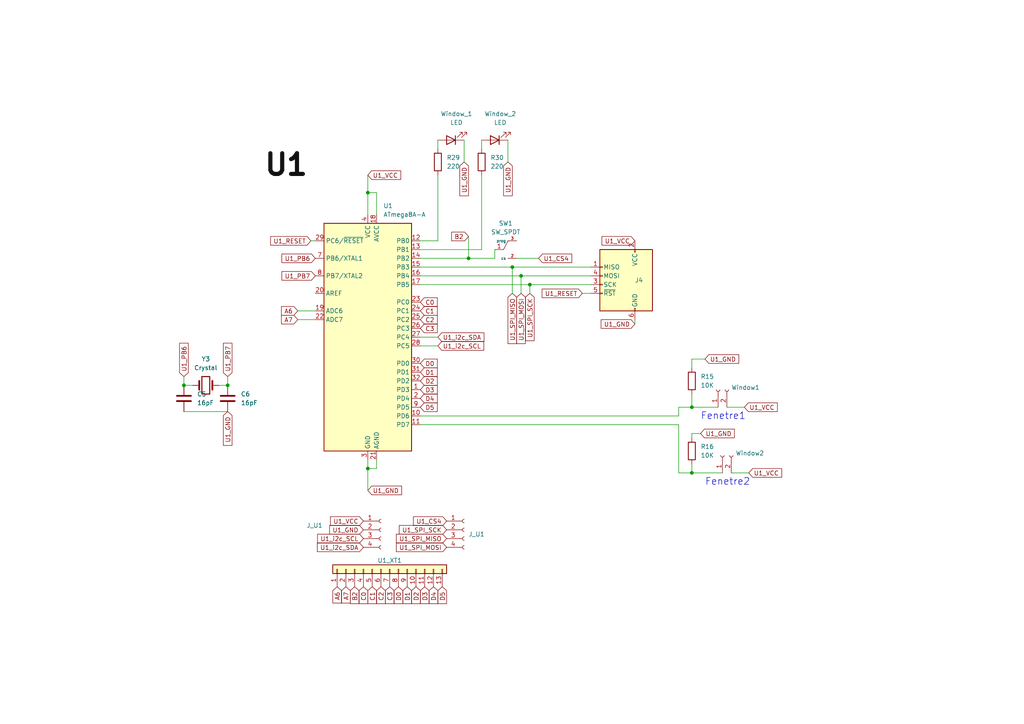
<source format=kicad_sch>
(kicad_sch (version 20230121) (generator eeschema)
  (paper "A4")
  (lib_symbols
    (symbol "Connector:AVR-ISP-6" (pin_names (offset 1.016))
      (property "Reference" "J" (at -6.35 11.43 0))
      (property "Value" "AVR-ISP-6" (at 0 11.43 0))
      (symbol "AVR-ISP-6_0_1"
        (rectangle (start -2.667 -6.858) (end -2.413 -7.62))
        (rectangle (start -2.667 10.16) (end -2.413 9.398))
        (rectangle (start 7.62 -2.413) (end 6.858 -2.667))
        (rectangle (start 7.62 0.127) (end 6.858 -0.127))
        (rectangle (start 7.62 2.667) (end 6.858 2.413))
        (rectangle (start 7.62 5.207) (end 6.858 4.953))
        (rectangle (start 7.62 10.16) (end -7.62 -7.62) (stroke (width 0.254)) (fill (type background)))
      )
      (symbol "AVR-ISP-6_1_1"
        (pin passive line (at 10.16 5.08 180) (length 2.54) (name "MISO") (number "1"))
        (pin passive line (at -2.54 12.7 270) (length 2.54) (name "VCC") (number "2"))
        (pin passive line (at 10.16 0 180) (length 2.54) (name "SCK") (number "3"))
        (pin passive line (at 10.16 2.54 180) (length 2.54) (name "MOSI") (number "4"))
        (pin passive line (at 10.16 -2.54 180) (length 2.54) (name "~{RST}") (number "5"))
        (pin passive line (at -2.54 -10.16 90) (length 2.54) (name "GND") (number "6"))
      )
    )
    (symbol "Connector:Conn_01x02_Socket" (pin_names (offset 1.016) hide)
      (property "Reference" "J" (at 0 2.54 0))
      (property "Value" "Conn_01x02_Socket" (at 0 -5.08 0))
      (symbol "Conn_01x02_Socket_1_1"
        (arc (start 0 -2.032) (mid -0.5058 -2.54) (end 0 -3.048) (stroke (width 0.1524)))
        (polyline (pts (xy -1.27 -2.54) (xy -0.508 -2.54)) (stroke (width 0.1524)))
        (polyline (pts (xy -1.27 0) (xy -0.508 0)) (stroke (width 0.1524)))
        (arc (start 0 0.508) (mid -0.5058 0) (end 0 -0.508) (stroke (width 0.1524)))
        (pin passive line (at -5.08 0 0) (length 3.81) (name "Pin_1") (number "1"))
        (pin passive line (at -5.08 -2.54 0) (length 3.81) (name "Pin_2") (number "2"))
      )
    )
    (symbol "Connector:Conn_01x04_Socket" (pin_names (offset 1.016) hide)
      (property "Reference" "J" (at 0 5.08 0))
      (property "Value" "Conn_01x04_Socket" (at 0 -7.62 0))
      (symbol "Conn_01x04_Socket_1_1"
        (arc (start 0 -4.572) (mid -0.5058 -5.08) (end 0 -5.588) (stroke (width 0.1524)))
        (arc (start 0 -2.032) (mid -0.5058 -2.54) (end 0 -3.048) (stroke (width 0.1524)))
        (polyline (pts (xy -1.27 -5.08) (xy -0.508 -5.08)) (stroke (width 0.1524)))
        (polyline (pts (xy -1.27 -2.54) (xy -0.508 -2.54)) (stroke (width 0.1524)))
        (polyline (pts (xy -1.27 0) (xy -0.508 0)) (stroke (width 0.1524)))
        (polyline (pts (xy -1.27 2.54) (xy -0.508 2.54)) (stroke (width 0.1524)))
        (arc (start 0 0.508) (mid -0.5058 0) (end 0 -0.508) (stroke (width 0.1524)))
        (arc (start 0 3.048) (mid -0.5058 2.54) (end 0 2.032) (stroke (width 0.1524)))
        (pin passive line (at -5.08 2.54 0) (length 3.81) (name "Pin_1") (number "1"))
        (pin passive line (at -5.08 0 0) (length 3.81) (name "Pin_2") (number "2"))
        (pin passive line (at -5.08 -2.54 0) (length 3.81) (name "Pin_3") (number "3"))
        (pin passive line (at -5.08 -5.08 0) (length 3.81) (name "Pin_4") (number "4"))
      )
    )
    (symbol "Connector_Generic:Conn_01x13" (pin_names (offset 1.016) hide)
      (property "Reference" "J" (at 0 17.78 0))
      (property "Value" "Conn_01x13" (at 0 -17.78 0))
      (symbol "Conn_01x13_1_1"
        (rectangle (start -1.27 -15.113) (end 0 -15.367) (stroke (width 0.1524)))
        (rectangle (start -1.27 -12.573) (end 0 -12.827) (stroke (width 0.1524)))
        (rectangle (start -1.27 -10.033) (end 0 -10.287) (stroke (width 0.1524)))
        (rectangle (start -1.27 -7.493) (end 0 -7.747) (stroke (width 0.1524)))
        (rectangle (start -1.27 -4.953) (end 0 -5.207) (stroke (width 0.1524)))
        (rectangle (start -1.27 -2.413) (end 0 -2.667) (stroke (width 0.1524)))
        (rectangle (start -1.27 0.127) (end 0 -0.127) (stroke (width 0.1524)))
        (rectangle (start -1.27 2.667) (end 0 2.413) (stroke (width 0.1524)))
        (rectangle (start -1.27 5.207) (end 0 4.953) (stroke (width 0.1524)))
        (rectangle (start -1.27 7.747) (end 0 7.493) (stroke (width 0.1524)))
        (rectangle (start -1.27 10.287) (end 0 10.033) (stroke (width 0.1524)))
        (rectangle (start -1.27 12.827) (end 0 12.573) (stroke (width 0.1524)))
        (rectangle (start -1.27 15.367) (end 0 15.113) (stroke (width 0.1524)))
        (rectangle (start -1.27 16.51) (end 1.27 -16.51) (stroke (width 0.254)) (fill (type background)))
        (pin passive line (at -5.08 15.24 0) (length 3.81) (name "Pin_1") (number "1"))
        (pin passive line (at -5.08 -7.62 0) (length 3.81) (name "Pin_10") (number "10"))
        (pin passive line (at -5.08 -10.16 0) (length 3.81) (name "Pin_11") (number "11"))
        (pin passive line (at -5.08 -12.7 0) (length 3.81) (name "Pin_12") (number "12"))
        (pin passive line (at -5.08 -15.24 0) (length 3.81) (name "Pin_13") (number "13"))
        (pin passive line (at -5.08 12.7 0) (length 3.81) (name "Pin_2") (number "2"))
        (pin passive line (at -5.08 10.16 0) (length 3.81) (name "Pin_3") (number "3"))
        (pin passive line (at -5.08 7.62 0) (length 3.81) (name "Pin_4") (number "4"))
        (pin passive line (at -5.08 5.08 0) (length 3.81) (name "Pin_5") (number "5"))
        (pin passive line (at -5.08 2.54 0) (length 3.81) (name "Pin_6") (number "6"))
        (pin passive line (at -5.08 0 0) (length 3.81) (name "Pin_7") (number "7"))
        (pin passive line (at -5.08 -2.54 0) (length 3.81) (name "Pin_8") (number "8"))
        (pin passive line (at -5.08 -5.08 0) (length 3.81) (name "Pin_9") (number "9"))
      )
    )
    (symbol "Device:C" (pin_numbers hide) (pin_names (offset 0.254))
      (property "Reference" "C" (at 0.635 2.54 0))
      (property "Value" "C" (at 0.635 -2.54 0))
      (symbol "C_0_1"
        (polyline (pts (xy -2.032 -0.762) (xy 2.032 -0.762)) (stroke (width 0.508)))
        (polyline (pts (xy -2.032 0.762) (xy 2.032 0.762)) (stroke (width 0.508)))
      )
      (symbol "C_1_1"
        (pin passive line (at 0 3.81 270) (length 2.794) (name "~") (number "1"))
        (pin passive line (at 0 -3.81 90) (length 2.794) (name "~") (number "2"))
      )
    )
    (symbol "Device:Crystal" (pin_numbers hide) (pin_names (offset 1.016) hide)
      (property "Reference" "Y" (at 0 3.81 0))
      (property "Value" "Crystal" (at 0 -3.81 0))
      (symbol "Crystal_0_1"
        (rectangle (start -1.143 2.54) (end 1.143 -2.54) (stroke (width 0.3048)))
        (polyline (pts (xy -2.54 0) (xy -1.905 0)))
        (polyline (pts (xy -1.905 -1.27) (xy -1.905 1.27)) (stroke (width 0.508)))
        (polyline (pts (xy 1.905 -1.27) (xy 1.905 1.27)) (stroke (width 0.508)))
        (polyline (pts (xy 2.54 0) (xy 1.905 0)))
      )
      (symbol "Crystal_1_1"
        (pin passive line (at -3.81 0 0) (length 1.27) (name "1") (number "1"))
        (pin passive line (at 3.81 0 180) (length 1.27) (name "2") (number "2"))
      )
    )
    (symbol "Device:LED" (pin_numbers hide) (pin_names (offset 1.016) hide)
      (property "Reference" "D" (at 0 2.54 0))
      (property "Value" "LED" (at 0 -2.54 0))
      (symbol "LED_0_1"
        (polyline (pts (xy -1.27 -1.27) (xy -1.27 1.27)) (stroke (width 0.254)))
        (polyline (pts (xy -1.27 0) (xy 1.27 0)))
        (polyline (pts (xy 1.27 -1.27) (xy 1.27 1.27) (xy -1.27 0) (xy 1.27 -1.27)) (stroke (width 0.254)))
        (polyline (pts (xy -3.048 -0.762) (xy -4.572 -2.286) (xy -3.81 -2.286) (xy -4.572 -2.286) (xy -4.572 -1.524)))
        (polyline (pts (xy -1.778 -0.762) (xy -3.302 -2.286) (xy -2.54 -2.286) (xy -3.302 -2.286) (xy -3.302 -1.524)))
      )
      (symbol "LED_1_1"
        (pin passive line (at -3.81 0 0) (length 2.54) (name "K") (number "1"))
        (pin passive line (at 3.81 0 180) (length 2.54) (name "A") (number "2"))
      )
    )
    (symbol "Device:R" (pin_numbers hide) (pin_names (offset 0))
      (property "Reference" "R" (at 2.032 0 90))
      (property "Value" "R" (at 0 0 90))
      (symbol "R_0_1"
        (rectangle (start -1.016 -2.54) (end 1.016 2.54) (stroke (width 0.254)))
      )
      (symbol "R_1_1"
        (pin passive line (at 0 3.81 270) (length 1.27) (name "~") (number "1"))
        (pin passive line (at 0 -3.81 90) (length 1.27) (name "~") (number "2"))
      )
    )
    (symbol "JP_Library:BSI-10"
      (property "Reference" "U" (at 0 5.08 0))
      (symbol "BSI-10_0_1"
        (polyline (pts (xy -1.27 0) (xy 0 2.54)))
      )
      (symbol "BSI-10_1_1"
        (pin input line (at -3.81 0 0) (length 2.54) (name "") (number "1"))
        (pin input line (at 2.54 -2.54 180) (length 2.54) (name "cs") (number "2"))
        (pin input line (at 2.54 2.54 180) (length 2.54) (name "prog") (number "3"))
      )
    )
    (symbol "MCU_Microchip_ATmega:ATmega8A-A"
      (property "Reference" "U" (at -12.7 34.29 0))
      (property "Value" "ATmega8A-A" (at 5.08 -34.29 0))
      (symbol "ATmega8A-A_0_1"
        (rectangle (start -12.7 -33.02) (end 12.7 33.02) (stroke (width 0.254)) (fill (type background)))
      )
      (symbol "ATmega8A-A_1_1"
        (pin bidirectional line (at 15.24 -15.24 180) (length 2.54) (name "PD3") (number "1"))
        (pin bidirectional line (at 15.24 -22.86 180) (length 2.54) (name "PD6") (number "10"))
        (pin bidirectional line (at 15.24 -25.4 180) (length 2.54) (name "PD7") (number "11"))
        (pin bidirectional line (at 15.24 27.94 180) (length 2.54) (name "PB0") (number "12"))
        (pin bidirectional line (at 15.24 25.4 180) (length 2.54) (name "PB1") (number "13"))
        (pin bidirectional line (at 15.24 22.86 180) (length 2.54) (name "PB2") (number "14"))
        (pin bidirectional line (at 15.24 20.32 180) (length 2.54) (name "PB3") (number "15"))
        (pin bidirectional line (at 15.24 17.78 180) (length 2.54) (name "PB4") (number "16"))
        (pin bidirectional line (at 15.24 15.24 180) (length 2.54) (name "PB5") (number "17"))
        (pin power_in line (at 2.54 35.56 270) (length 2.54) (name "AVCC") (number "18"))
        (pin input line (at -15.24 7.62 0) (length 2.54) (name "ADC6") (number "19"))
        (pin bidirectional line (at 15.24 -17.78 180) (length 2.54) (name "PD4") (number "2"))
        (pin passive line (at -15.24 12.7 0) (length 2.54) (name "AREF") (number "20"))
        (pin power_in line (at 2.54 -35.56 90) (length 2.54) (name "AGND") (number "21"))
        (pin input line (at -15.24 5.08 0) (length 2.54) (name "ADC7") (number "22"))
        (pin bidirectional line (at 15.24 10.16 180) (length 2.54) (name "PC0") (number "23"))
        (pin bidirectional line (at 15.24 7.62 180) (length 2.54) (name "PC1") (number "24"))
        (pin bidirectional line (at 15.24 5.08 180) (length 2.54) (name "PC2") (number "25"))
        (pin bidirectional line (at 15.24 2.54 180) (length 2.54) (name "PC3") (number "26"))
        (pin bidirectional line (at 15.24 0 180) (length 2.54) (name "PC4") (number "27"))
        (pin bidirectional line (at 15.24 -2.54 180) (length 2.54) (name "PC5") (number "28"))
        (pin bidirectional line (at -15.24 27.94 0) (length 2.54) (name "PC6/~{RESET}") (number "29"))
        (pin power_in line (at 0 -35.56 90) (length 2.54) (name "GND") (number "3"))
        (pin bidirectional line (at 15.24 -7.62 180) (length 2.54) (name "PD0") (number "30"))
        (pin bidirectional line (at 15.24 -10.16 180) (length 2.54) (name "PD1") (number "31"))
        (pin bidirectional line (at 15.24 -12.7 180) (length 2.54) (name "PD2") (number "32"))
        (pin power_in line (at 0 35.56 270) (length 2.54) (name "VCC") (number "4"))
        (pin passive line (at 0 -35.56 90) (length 2.54) hide (name "GND") (number "5"))
        (pin passive line (at 0 35.56 270) (length 2.54) hide (name "VCC") (number "6"))
        (pin bidirectional line (at -15.24 22.86 0) (length 2.54) (name "PB6/XTAL1") (number "7"))
        (pin bidirectional line (at -15.24 17.78 0) (length 2.54) (name "PB7/XTAL2") (number "8"))
        (pin bidirectional line (at 15.24 -20.32 180) (length 2.54) (name "PD5") (number "9"))
      )
    )
  )
  (junction (at 135.89 74.93))
  (junction (at 106.68 135.89))
  (junction (at 53.34 111.76))
  (junction (at 66.04 111.76))
  (junction (at 106.68 55.88))
  (junction (at 151.13 80.01))
  (junction (at 148.59 77.47))
  (junction (at 153.67 82.55))
  (junction (at 200.66 118.11))
  (junction (at 200.66 137.16))
  (wire (pts (xy 151.13 80.01) (xy 171.45 80.01)))
  (wire (pts (xy 121.92 74.93) (xy 135.89 74.93)))
  (wire (pts (xy 147.32 40.64) (xy 147.32 46.99)))
  (wire (pts (xy 210.82 118.11) (xy 215.9 118.11)))
  (wire (pts (xy 121.92 97.79) (xy 127 97.79)))
  (wire (pts (xy 139.7 50.8) (xy 139.7 72.39)))
  (wire (pts (xy 121.92 77.47) (xy 148.59 77.47)))
  (wire (pts (xy 153.67 82.55) (xy 171.45 82.55)))
  (wire (pts (xy 148.59 77.47) (xy 148.59 85.09)))
  (wire (pts (xy 106.68 50.8) (xy 106.68 55.88)))
  (wire (pts (xy 106.68 55.88) (xy 106.68 62.23)))
  (wire (pts (xy 139.7 40.64) (xy 139.7 43.18)))
  (wire (pts (xy 200.66 134.62) (xy 200.66 137.16)))
  (wire (pts (xy 196.85 118.11) (xy 200.66 118.11)))
  (wire (pts (xy 148.59 77.47) (xy 171.45 77.47)))
  (wire (pts (xy 66.04 109.22) (xy 66.04 111.76)))
  (wire (pts (xy 53.34 111.76) (xy 55.88 111.76)))
  (wire (pts (xy 139.7 72.39) (xy 121.92 72.39)))
  (wire (pts (xy 143.51 74.93) (xy 135.89 74.93)))
  (wire (pts (xy 86.36 90.17) (xy 91.44 90.17)))
  (wire (pts (xy 134.62 40.64) (xy 134.62 46.99)))
  (wire (pts (xy 200.66 104.14) (xy 204.47 104.14)))
  (wire (pts (xy 149.86 74.93) (xy 156.21 74.93)))
  (wire (pts (xy 109.22 135.89) (xy 106.68 135.89)))
  (wire (pts (xy 106.68 133.35) (xy 106.68 135.89)))
  (wire (pts (xy 212.09 137.16) (xy 217.17 137.16)))
  (wire (pts (xy 121.92 100.33) (xy 127 100.33)))
  (wire (pts (xy 196.85 137.16) (xy 200.66 137.16)))
  (wire (pts (xy 106.68 135.89) (xy 106.68 142.24)))
  (wire (pts (xy 121.92 120.65) (xy 196.85 120.65)))
  (wire (pts (xy 135.89 68.58) (xy 135.89 74.93)))
  (wire (pts (xy 196.85 123.19) (xy 196.85 137.16)))
  (wire (pts (xy 121.92 123.19) (xy 196.85 123.19)))
  (wire (pts (xy 143.51 72.39) (xy 143.51 74.93)))
  (wire (pts (xy 121.92 80.01) (xy 151.13 80.01)))
  (wire (pts (xy 200.66 104.14) (xy 200.66 106.68)))
  (wire (pts (xy 200.66 118.11) (xy 208.28 118.11)))
  (wire (pts (xy 200.66 114.3) (xy 200.66 118.11)))
  (wire (pts (xy 121.92 82.55) (xy 153.67 82.55)))
  (wire (pts (xy 168.91 85.09) (xy 171.45 85.09)))
  (wire (pts (xy 109.22 133.35) (xy 109.22 135.89)))
  (wire (pts (xy 151.13 80.01) (xy 151.13 85.09)))
  (wire (pts (xy 184.15 93.98) (xy 184.15 92.71)))
  (wire (pts (xy 91.44 69.85) (xy 90.17 69.85)))
  (wire (pts (xy 127 69.85) (xy 121.92 69.85)))
  (wire (pts (xy 86.36 92.71) (xy 91.44 92.71)))
  (wire (pts (xy 53.34 109.22) (xy 53.34 111.76)))
  (wire (pts (xy 53.34 119.38) (xy 66.04 119.38)))
  (wire (pts (xy 109.22 55.88) (xy 106.68 55.88)))
  (wire (pts (xy 200.66 125.73) (xy 200.66 127)))
  (wire (pts (xy 127 50.8) (xy 127 69.85)))
  (wire (pts (xy 200.66 137.16) (xy 209.55 137.16)))
  (wire (pts (xy 109.22 62.23) (xy 109.22 55.88)))
  (wire (pts (xy 127 40.64) (xy 127 43.18)))
  (wire (pts (xy 203.2 125.73) (xy 200.66 125.73)))
  (wire (pts (xy 63.5 111.76) (xy 66.04 111.76)))
  (wire (pts (xy 153.67 82.55) (xy 153.67 85.09)))
  (wire (pts (xy 196.85 118.11) (xy 196.85 120.65)))
  (text "Fenetre2" (at 204.47 140.97 0) (effects (font (size 2 2)) (justify left bottom)))
  (text "Fenetre1\n" (at 203.2 121.92 0) (effects (font (size 2 2)) (justify left bottom)))
  (label "U1" (at 76.2 53.34 0) (effects (font (size 6 6) (thickness 1.2) bold)))
  (global_label "C1" (shape input) (at 121.92 90.17 0) (property "Intersheetrefs" "${INTERSHEET_REFS}" (effects hide)))
  (global_label "D2" (shape input) (at 120.65 170.18 270) (property "Intersheetrefs" "${INTERSHEET_REFS}" (effects hide)))
  (global_label "U1_PB6" (shape input) (at 53.34 109.22 90) (property "Intersheetrefs" "${INTERSHEET_REFS}" (effects hide)))
  (global_label "A7" (shape input) (at 100.33 170.18 270) (property "Intersheetrefs" "${INTERSHEET_REFS}" (effects hide)))
  (global_label "C3" (shape input) (at 121.92 95.25 0) (property "Intersheetrefs" "${INTERSHEET_REFS}" (effects hide)))
  (global_label "U1_CS4" (shape input) (at 156.21 74.93 0) (property "Intersheetrefs" "${INTERSHEET_REFS}" (effects hide)))
  (global_label "U1_GND" (shape input) (at 105.41 153.67 180) (property "Intersheetrefs" "${INTERSHEET_REFS}" (effects hide)))
  (global_label "D2" (shape input) (at 121.92 110.49 0) (property "Intersheetrefs" "${INTERSHEET_REFS}" (effects hide)))
  (global_label "A7" (shape input) (at 86.36 92.71 180) (property "Intersheetrefs" "${INTERSHEET_REFS}" (effects hide)))
  (global_label "D0" (shape input) (at 121.92 105.41 0) (property "Intersheetrefs" "${INTERSHEET_REFS}" (effects hide)))
  (global_label "C1" (shape input) (at 107.95 170.18 270) (property "Intersheetrefs" "${INTERSHEET_REFS}" (effects hide)))
  (global_label "U1_GND" (shape input) (at 204.47 104.14 0) (property "Intersheetrefs" "${INTERSHEET_REFS}" (effects hide)))
  (global_label "U1_GND" (shape input) (at 184.15 93.98 180) (property "Intersheetrefs" "${INTERSHEET_REFS}" (effects hide)))
  (global_label "B2" (shape input) (at 135.89 68.58 180) (property "Intersheetrefs" "${INTERSHEET_REFS}" (effects hide)))
  (global_label "D1" (shape input) (at 121.92 107.95 0) (property "Intersheetrefs" "${INTERSHEET_REFS}" (effects hide)))
  (global_label "U1_PB7" (shape input) (at 91.44 80.01 180) (property "Intersheetrefs" "${INTERSHEET_REFS}" (effects hide)))
  (global_label "D4" (shape input) (at 125.73 170.18 270) (property "Intersheetrefs" "${INTERSHEET_REFS}" (effects hide)))
  (global_label "C3" (shape input) (at 113.03 170.18 270) (property "Intersheetrefs" "${INTERSHEET_REFS}" (effects hide)))
  (global_label "U1_RESET" (shape input) (at 168.91 85.09 180) (property "Intersheetrefs" "${INTERSHEET_REFS}" (effects hide)))
  (global_label "C0" (shape input) (at 121.92 87.63 0) (property "Intersheetrefs" "${INTERSHEET_REFS}" (effects hide)))
  (global_label "U1_i2c_SCL" (shape input) (at 105.41 156.21 180) (property "Intersheetrefs" "${INTERSHEET_REFS}" (effects hide)))
  (global_label "U1_SPI_SCK" (shape input) (at 153.67 85.09 270) (property "Intersheetrefs" "${INTERSHEET_REFS}" (effects hide)))
  (global_label "U1_VCC" (shape input) (at 184.15 69.85 180) (property "Intersheetrefs" "${INTERSHEET_REFS}" (effects hide)))
  (global_label "U1_GND" (shape input) (at 106.68 142.24 0) (property "Intersheetrefs" "${INTERSHEET_REFS}" (effects hide)))
  (global_label "D1" (shape input) (at 118.11 170.18 270) (property "Intersheetrefs" "${INTERSHEET_REFS}" (effects hide)))
  (global_label "U1_SPI_MOSI" (shape input) (at 151.13 85.09 270) (property "Intersheetrefs" "${INTERSHEET_REFS}" (effects hide)))
  (global_label "D3" (shape input) (at 121.92 113.03 0) (property "Intersheetrefs" "${INTERSHEET_REFS}" (effects hide)))
  (global_label "C0" (shape input) (at 105.41 170.18 270) (property "Intersheetrefs" "${INTERSHEET_REFS}" (effects hide)))
  (global_label "A6" (shape input) (at 86.36 90.17 180) (property "Intersheetrefs" "${INTERSHEET_REFS}" (effects hide)))
  (global_label "U1_VCC" (shape input) (at 217.17 137.16 0) (property "Intersheetrefs" "${INTERSHEET_REFS}" (effects hide)))
  (global_label "D5" (shape input) (at 128.27 170.18 270) (property "Intersheetrefs" "${INTERSHEET_REFS}" (effects hide)))
  (global_label "U1_i2c_SDA" (shape input) (at 105.41 158.75 180) (property "Intersheetrefs" "${INTERSHEET_REFS}" (effects hide)))
  (global_label "U1_GND" (shape input) (at 134.62 46.99 270) (property "Intersheetrefs" "${INTERSHEET_REFS}" (effects hide)))
  (global_label "U1_i2c_SCL" (shape input) (at 127 100.33 0) (property "Intersheetrefs" "${INTERSHEET_REFS}" (effects hide)))
  (global_label "U1_CS4" (shape input) (at 129.54 151.13 180) (property "Intersheetrefs" "${INTERSHEET_REFS}" (effects hide)))
  (global_label "A6" (shape input) (at 97.79 170.18 270) (property "Intersheetrefs" "${INTERSHEET_REFS}" (effects hide)))
  (global_label "U1_i2c_SDA" (shape input) (at 127 97.79 0) (property "Intersheetrefs" "${INTERSHEET_REFS}" (effects hide)))
  (global_label "U1_SPI_SCK" (shape input) (at 129.54 153.67 180) (property "Intersheetrefs" "${INTERSHEET_REFS}" (effects hide)))
  (global_label "U1_GND" (shape input) (at 203.2 125.73 0) (property "Intersheetrefs" "${INTERSHEET_REFS}" (effects hide)))
  (global_label "C2" (shape input) (at 121.92 92.71 0) (property "Intersheetrefs" "${INTERSHEET_REFS}" (effects hide)))
  (global_label "D3" (shape input) (at 123.19 170.18 270) (property "Intersheetrefs" "${INTERSHEET_REFS}" (effects hide)))
  (global_label "B2" (shape input) (at 102.87 170.18 270) (property "Intersheetrefs" "${INTERSHEET_REFS}" (effects hide)))
  (global_label "U1_SPI_MISO" (shape input) (at 129.54 156.21 180) (property "Intersheetrefs" "${INTERSHEET_REFS}" (effects hide)))
  (global_label "U1_SPI_MISO" (shape input) (at 148.59 85.09 270) (property "Intersheetrefs" "${INTERSHEET_REFS}" (effects hide)))
  (global_label "U1_VCC" (shape input) (at 105.41 151.13 180) (property "Intersheetrefs" "${INTERSHEET_REFS}" (effects hide)))
  (global_label "U1_RESET" (shape input) (at 90.17 69.85 180) (property "Intersheetrefs" "${INTERSHEET_REFS}" (effects hide)))
  (global_label "U1_PB7" (shape input) (at 66.04 109.22 90) (property "Intersheetrefs" "${INTERSHEET_REFS}" (effects hide)))
  (global_label "U1_PB6" (shape input) (at 91.44 74.93 180) (property "Intersheetrefs" "${INTERSHEET_REFS}" (effects hide)))
  (global_label "U1_GND" (shape input) (at 66.04 119.38 270) (property "Intersheetrefs" "${INTERSHEET_REFS}" (effects hide)))
  (global_label "U1_SPI_MOSI" (shape input) (at 129.54 158.75 180) (property "Intersheetrefs" "${INTERSHEET_REFS}" (effects hide)))
  (global_label "U1_VCC" (shape input) (at 106.68 50.8 0) (property "Intersheetrefs" "${INTERSHEET_REFS}" (effects hide)))
  (global_label "C2" (shape input) (at 110.49 170.18 270) (property "Intersheetrefs" "${INTERSHEET_REFS}" (effects hide)))
  (global_label "D4" (shape input) (at 121.92 115.57 0) (property "Intersheetrefs" "${INTERSHEET_REFS}" (effects hide)))
  (global_label "D5" (shape input) (at 121.92 118.11 0) (property "Intersheetrefs" "${INTERSHEET_REFS}" (effects hide)))
  (global_label "D0" (shape input) (at 115.57 170.18 270) (property "Intersheetrefs" "${INTERSHEET_REFS}" (effects hide)))
  (global_label "U1_VCC" (shape input) (at 215.9 118.11 0) (property "Intersheetrefs" "${INTERSHEET_REFS}" (effects hide)))
  (global_label "U1_GND" (shape input) (at 147.32 46.99 270) (property "Intersheetrefs" "${INTERSHEET_REFS}" (effects hide)))
  (symbol (lib_id "JP_Library:BSI-10") (at 147.32 72.39 0) (unit 1)
    (property "Reference" "SW1" (at 146.685 64.77 0))
    (property "Value" "SW_SPDT" (at 146.685 67.31 0))
    (property "Footprint" "JP_Library:BSI-10" (effects hide))
    (instances (project "MaisonEtape1" (path "" (reference "SW1") (unit 1)) (path "" (reference "SW_U3") (unit 1)) (path "" (reference "SW1") (unit 1))))
  )
  (symbol (lib_id "Connector:Conn_01x04_Socket") (at 134.62 153.67 0) (unit 1)
    (property "Reference" "J_U1" (at 135.89 154.94 0) (effects (justify left)))
    (property "Value" "Conn_01x04_Socket" (effects hide))
    (property "Footprint" "Connector_PinHeader_2.54mm:PinHeader_1x04_P2.54mm_Vertical" (effects hide))
    (instances (project "MaisonEtape1" (path "" (reference "J_U1") (unit 1)) (path "" (reference "J_U1B1") (unit 1))))
  )
  (symbol (lib_id "MCU_Microchip_ATmega:ATmega8A-A") (at 106.68 97.79 0) (unit 1)
    (property "Reference" "U1" (at 111.1759 59.69 0) (effects (justify left)))
    (property "Value" "ATmega8A-A" (at 111.1759 62.23 0) (effects (justify left)))
    (property "Footprint" "Package_QFP:TQFP-32_7x7mm_P0.8mm" (effects hide))
    (property "Datasheet" "http://ww1.microchip.com/downloads/en/DeviceDoc/Microchip%208bit%20mcu%20AVR%20ATmega8A%20data%20sheet%2040001974A.pdf" (effects hide))
  )
  (symbol (lib_id "Connector_Generic:Conn_01x13") (at 113.03 165.1 90) (unit 1)
    (property "Reference" "U1_XT1" (at 113.03 162.56 90))
    (property "Value" "Conn_01x09" (effects hide))
    (property "Footprint" "JP_Library:XT_13" (effects hide))
  )
  (symbol (lib_id "Device:C") (at 66.04 115.57 0) (unit 1)
    (property "Reference" "C6" (at 69.85 114.3 0) (effects (justify left)))
    (property "Value" "16pF" (at 69.85 116.84 0) (effects (justify left)))
    (property "Footprint" "Capacitor_SMD:C_0805_2012Metric_Pad1.18x1.45mm_HandSolder" (effects hide))
    (instances (project "MaisonEtape1" (path "" (reference "C6") (unit 1)) (path "" (reference "C12") (unit 1)) (path "" (reference "C12") (unit 1))))
  )
  (symbol (lib_id "Connector:Conn_01x02_Socket") (at 209.55 132.08 90) (unit 1)
    (property "Reference" "Window2" (at 213.36 131.445 90) (effects (justify right)))
    (property "Value" "Conn_01x02_Socket" (effects hide))
    (property "Footprint" "Connector_PinSocket_2.54mm:PinSocket_1x02_P2.54mm_Vertical" (effects hide))
  )
  (symbol (lib_id "Device:R") (at 200.66 130.81 0) (unit 1)
    (property "Reference" "R16" (at 203.2 129.54 0) (effects (justify left)))
    (property "Value" "10K" (at 203.2 132.08 0) (effects (justify left)))
    (property "Footprint" "Resistor_SMD:R_0805_2012Metric_Pad1.20x1.40mm_HandSolder" (effects hide))
    (instances (project "MaisonEtape1" (path "" (reference "R16") (unit 1)) (path "" (reference "R30") (unit 1))))
  )
  (symbol (lib_id "Device:C") (at 53.34 115.57 0) (unit 1)
    (property "Reference" "C5" (at 57.15 114.3 0) (effects (justify left)))
    (property "Value" "16pF" (at 57.15 116.84 0) (effects (justify left)))
    (property "Footprint" "Capacitor_SMD:C_0805_2012Metric_Pad1.18x1.45mm_HandSolder" (effects hide))
    (instances (project "MaisonEtape1" (path "" (reference "C5") (unit 1)) (path "" (reference "C11") (unit 1)) (path "" (reference "C11") (unit 1))))
  )
  (symbol (lib_id "Device:LED") (at 130.81 40.64 180) (unit 1)
    (property "Reference" "Window_1" (at 132.3975 33.02 0))
    (property "Value" "LED" (at 132.3975 35.56 0))
    (property "Footprint" "LED_SMD:LED_0805_2012Metric" (effects hide))
  )
  (symbol (lib_id "Connector:Conn_01x02_Socket") (at 208.28 113.03 90) (unit 1)
    (property "Reference" "Window1" (at 212.09 112.395 90) (effects (justify right)))
    (property "Value" "Conn_01x02_Socket" (effects hide))
    (property "Footprint" "Connector_PinSocket_2.54mm:PinSocket_1x02_P2.54mm_Vertical" (effects hide))
  )
  (symbol (lib_id "Connector:AVR-ISP-6") (at 181.61 82.55 0) (mirror y) (unit 1)
    (property "Reference" "J4" (at 184.15 81.28 0) (effects (justify right)))
    (property "Value" "AVR-ISP-6" (effects hide))
    (property "Footprint" "JP_Library:SPI_prog" (effects hide))
    (property "Datasheet" " ~" (effects hide))
    (instances (project "MaisonEtape1" (path "" (reference "J4") (unit 1)) (path "" (reference "J1") (unit 1)) (path "" (reference "J1") (unit 1))))
  )
  (symbol (lib_id "Device:R") (at 127 46.99 180) (unit 1)
    (property "Reference" "R29" (at 129.54 45.72 0) (effects (justify right)))
    (property "Value" "220" (at 129.54 48.26 0) (effects (justify right)))
    (property "Footprint" "Resistor_SMD:R_0805_2012Metric_Pad1.20x1.40mm_HandSolder" (effects hide))
    (instances (project "MaisonEtape1" (path "" (reference "R29") (unit 1)) (path "" (reference "R15") (unit 1))))
  )
  (symbol (lib_id "Connector:Conn_01x04_Socket") (at 110.49 153.67 0) (unit 1)
    (property "Reference" "J_U1" (at 88.9 152.4 0) (effects (justify left)))
    (property "Value" "Conn_01x04_Socket" (effects hide))
    (property "Footprint" "Connector_PinHeader_2.54mm:PinHeader_1x04_P2.54mm_Vertical" (effects hide))
    (instances (project "MaisonEtape1" (path "" (reference "J_U1") (unit 1)) (path "" (reference "J_U1A1") (unit 1))))
  )
  (symbol (lib_id "Device:R") (at 139.7 46.99 180) (unit 1)
    (property "Reference" "R30" (at 142.24 45.72 0) (effects (justify right)))
    (property "Value" "220" (at 142.24 48.26 0) (effects (justify right)))
    (property "Footprint" "Resistor_SMD:R_0805_2012Metric_Pad1.20x1.40mm_HandSolder" (effects hide))
    (instances (project "MaisonEtape1" (path "" (reference "R30") (unit 1)) (path "" (reference "R23") (unit 1))))
  )
  (symbol (lib_id "Device:LED") (at 143.51 40.64 180) (unit 1)
    (property "Reference" "Window_2" (at 145.0975 33.02 0))
    (property "Value" "LED" (at 145.0975 35.56 0))
    (property "Footprint" "LED_SMD:LED_0805_2012Metric" (effects hide))
  )
  (symbol (lib_id "Device:Crystal") (at 59.69 111.76 180) (unit 1)
    (property "Reference" "Y3" (at 59.69 104.14 0))
    (property "Value" "Crystal" (at 59.69 106.68 0))
    (property "Footprint" "JP_Library:Crystal 49SS-SMD" (effects hide))
    (instances (project "MaisonEtape1" (path "" (reference "Y3") (unit 1)) (path "" (reference "Y_U1") (unit 1)) (path "" (reference "Y1") (unit 1))))
  )
  (symbol (lib_id "Device:R") (at 200.66 110.49 180) (unit 1)
    (property "Reference" "R15" (at 203.2 109.22 0) (effects (justify right)))
    (property "Value" "10K" (at 203.2 111.76 0) (effects (justify right)))
    (property "Footprint" "Resistor_SMD:R_0805_2012Metric_Pad1.20x1.40mm_HandSolder" (effects hide))
    (instances (project "MaisonEtape1" (path "" (reference "R15") (unit 1)) (path "" (reference "R29") (unit 1))))
  )
)
</source>
